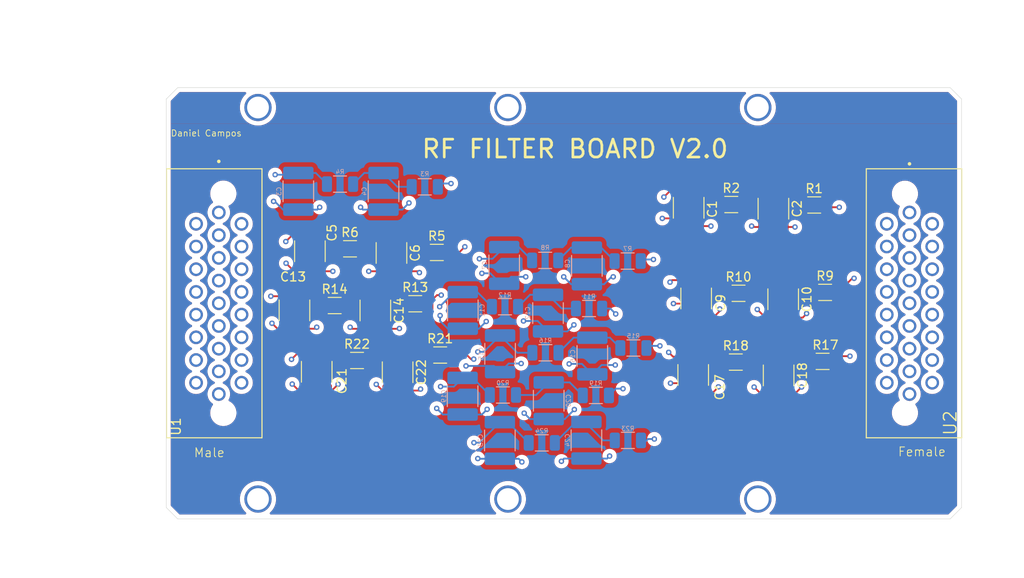
<source format=kicad_pcb>
(kicad_pcb
	(version 20241229)
	(generator "pcbnew")
	(generator_version "9.0")
	(general
		(thickness 1.6)
		(legacy_teardrops no)
	)
	(paper "A4")
	(layers
		(0 "F.Cu" signal)
		(4 "In1.Cu" signal)
		(6 "In2.Cu" signal)
		(2 "B.Cu" signal)
		(9 "F.Adhes" user "F.Adhesive")
		(11 "B.Adhes" user "B.Adhesive")
		(13 "F.Paste" user)
		(15 "B.Paste" user)
		(5 "F.SilkS" user "F.Silkscreen")
		(7 "B.SilkS" user "B.Silkscreen")
		(1 "F.Mask" user)
		(3 "B.Mask" user)
		(17 "Dwgs.User" user "User.Drawings")
		(19 "Cmts.User" user "User.Comments")
		(21 "Eco1.User" user "User.Eco1")
		(23 "Eco2.User" user "User.Eco2")
		(25 "Edge.Cuts" user)
		(27 "Margin" user)
		(31 "F.CrtYd" user "F.Courtyard")
		(29 "B.CrtYd" user "B.Courtyard")
		(35 "F.Fab" user)
		(33 "B.Fab" user)
		(39 "User.1" user)
		(41 "User.2" user)
		(43 "User.3" user)
		(45 "User.4" user)
	)
	(setup
		(stackup
			(layer "F.SilkS"
				(type "Top Silk Screen")
			)
			(layer "F.Paste"
				(type "Top Solder Paste")
			)
			(layer "F.Mask"
				(type "Top Solder Mask")
				(thickness 0.01)
			)
			(layer "F.Cu"
				(type "copper")
				(thickness 0.035)
			)
			(layer "dielectric 1"
				(type "prepreg")
				(thickness 0.1)
				(material "FR4")
				(epsilon_r 4.5)
				(loss_tangent 0.02)
			)
			(layer "In1.Cu"
				(type "copper")
				(thickness 0.035)
			)
			(layer "dielectric 2"
				(type "core")
				(thickness 1.24)
				(material "FR4")
				(epsilon_r 4.5)
				(loss_tangent 0.02)
			)
			(layer "In2.Cu"
				(type "copper")
				(thickness 0.035)
			)
			(layer "dielectric 3"
				(type "prepreg")
				(thickness 0.1)
				(material "FR4")
				(epsilon_r 4.5)
				(loss_tangent 0.02)
			)
			(layer "B.Cu"
				(type "copper")
				(thickness 0.035)
			)
			(layer "B.Mask"
				(type "Bottom Solder Mask")
				(thickness 0.01)
			)
			(layer "B.Paste"
				(type "Bottom Solder Paste")
			)
			(layer "B.SilkS"
				(type "Bottom Silk Screen")
			)
			(copper_finish "None")
			(dielectric_constraints no)
		)
		(pad_to_mask_clearance 0)
		(allow_soldermask_bridges_in_footprints no)
		(tenting front back)
		(pcbplotparams
			(layerselection 0x00000000_00000000_55555555_5755f5ff)
			(plot_on_all_layers_selection 0x00000000_00000000_00000000_00000000)
			(disableapertmacros no)
			(usegerberextensions no)
			(usegerberattributes yes)
			(usegerberadvancedattributes yes)
			(creategerberjobfile yes)
			(dashed_line_dash_ratio 12.000000)
			(dashed_line_gap_ratio 3.000000)
			(svgprecision 4)
			(plotframeref no)
			(mode 1)
			(useauxorigin no)
			(hpglpennumber 1)
			(hpglpenspeed 20)
			(hpglpendiameter 15.000000)
			(pdf_front_fp_property_popups yes)
			(pdf_back_fp_property_popups yes)
			(pdf_metadata yes)
			(pdf_single_document no)
			(dxfpolygonmode yes)
			(dxfimperialunits yes)
			(dxfusepcbnewfont yes)
			(psnegative no)
			(psa4output no)
			(plot_black_and_white yes)
			(sketchpadsonfab no)
			(plotpadnumbers no)
			(hidednponfab no)
			(sketchdnponfab yes)
			(crossoutdnponfab yes)
			(subtractmaskfromsilk no)
			(outputformat 1)
			(mirror no)
			(drillshape 1)
			(scaleselection 1)
			(outputdirectory "")
		)
	)
	(net 0 "")
	(net 1 "Net-(U1-PIN14)")
	(net 2 "Net-(C2-Pad1)")
	(net 3 "Net-(U2-PIN2)")
	(net 4 "Net-(U1-PIN15)")
	(net 5 "Net-(C4-Pad1)")
	(net 6 "Net-(U2-PIN3)")
	(net 7 "Net-(U1-PIN16)")
	(net 8 "Net-(C6-Pad1)")
	(net 9 "Net-(U2-PIN4)")
	(net 10 "Net-(U1-PIN17)")
	(net 11 "Net-(C8-Pad1)")
	(net 12 "Net-(C10-Pad1)")
	(net 13 "Net-(U1-PIN18)")
	(net 14 "Net-(U1-PIN19)")
	(net 15 "Net-(C12-Pad1)")
	(net 16 "Net-(U2-PIN5)")
	(net 17 "Net-(U2-PIN6)")
	(net 18 "Net-(U2-PIN7)")
	(net 19 "Net-(C14-Pad1)")
	(net 20 "Net-(U1-PIN20)")
	(net 21 "Net-(U1-PIN21)")
	(net 22 "Net-(C16-Pad1)")
	(net 23 "Net-(C18-Pad1)")
	(net 24 "Net-(U1-PIN22)")
	(net 25 "Net-(U2-PIN8)")
	(net 26 "Net-(U2-PIN9)")
	(net 27 "Net-(U2-PIN10)")
	(net 28 "Net-(C20-Pad1)")
	(net 29 "Net-(U1-PIN23)")
	(net 30 "Net-(U1-PIN24)")
	(net 31 "Net-(C22-Pad1)")
	(net 32 "Net-(C24-Pad1)")
	(net 33 "Net-(U1-PIN25)")
	(net 34 "Net-(U2-PIN11)")
	(net 35 "Net-(U2-PIN12)")
	(net 36 "Net-(U1-PIN2)")
	(net 37 "Net-(U1-PIN3)")
	(net 38 "Net-(U1-PIN4)")
	(net 39 "Net-(U1-PIN5)")
	(net 40 "Net-(U1-PIN7)")
	(net 41 "Net-(U1-PIN8)")
	(net 42 "Net-(U1-PIN9)")
	(net 43 "Net-(U1-PIN10)")
	(net 44 "Net-(U1-PIN11)")
	(net 45 "Net-(U1-PIN12)")
	(net 46 "Net-(U2-PIN1)")
	(net 47 "Net-(U1-PIN1)")
	(net 48 "unconnected-(U2-PIN13-Pad13)")
	(net 49 "Net-(U1-PIN6)")
	(net 50 "unconnected-(U1-PIN13-Pad13)")
	(footprint "Capacitor_SMD:C_1812_4532Metric" (layer "F.Cu") (at 146.6088 94.3938 -90))
	(footprint "Resistor_SMD:R_1206_3216Metric" (layer "F.Cu") (at 109.3577 110.7694))
	(footprint "IMPORTED:BEL_DCCM25PCBR" (layer "F.Cu") (at 78.7654 104.978 90))
	(footprint "IMPORTED:BEL_M83513_13-D01NP" (layer "F.Cu") (at 167.6654 104.978 -90))
	(footprint "Resistor_SMD:R_1206_3216Metric" (layer "F.Cu") (at 100.0613 111.379))
	(footprint "Resistor_SMD:R_1206_3216Metric" (layer "F.Cu") (at 99.2779 98.8822))
	(footprint "Resistor_SMD:R_1206_3216Metric" (layer "F.Cu") (at 108.9807 99.2886))
	(footprint "Capacitor_SMD:C_1812_4532Metric" (layer "F.Cu") (at 147.193 113.0478 -90))
	(footprint "Capacitor_SMD:C_1812_4532Metric" (layer "F.Cu") (at 93.0656 105.773 -90))
	(footprint "Resistor_SMD:R_1206_3216Metric" (layer "F.Cu") (at 106.5677 105.029))
	(footprint "Resistor_SMD:R_1206_3216Metric" (layer "F.Cu") (at 152.3893 103.759))
	(footprint "Capacitor_SMD:C_1812_4532Metric" (layer "F.Cu") (at 103.9114 99.3468 -90))
	(footprint "Capacitor_SMD:C_1812_4532Metric" (layer "F.Cu") (at 137.9728 104.4374 -90))
	(footprint "Resistor_SMD:R_1206_3216Metric" (layer "F.Cu") (at 152.1099 111.4806))
	(footprint "Capacitor_SMD:C_1812_4532Metric" (layer "F.Cu") (at 94.7928 99.1542 -90))
	(footprint "Capacitor_SMD:C_1812_4532Metric" (layer "F.Cu") (at 104.5972 112.6924 -90))
	(footprint "Resistor_SMD:R_1206_3216Metric" (layer "F.Cu") (at 97.5614 105.2322))
	(footprint "Resistor_SMD:R_1206_3216Metric" (layer "F.Cu") (at 151.1701 93.98))
	(footprint "Resistor_SMD:R_1206_3216Metric" (layer "F.Cu") (at 142.7119 103.8606))
	(footprint "Capacitor_SMD:C_1812_4532Metric" (layer "F.Cu") (at 95.5548 112.6416 -90))
	(footprint "Resistor_SMD:R_1206_3216Metric" (layer "F.Cu") (at 142.4071 111.5568))
	(footprint "Capacitor_SMD:C_1812_4532Metric" (layer "F.Cu") (at 147.701 104.5284 -90))
	(footprint "Resistor_SMD:R_1206_3216Metric" (layer "F.Cu") (at 141.8991 93.9292))
	(footprint "Capacitor_SMD:C_1812_4532Metric" (layer "F.Cu") (at 102.108 105.7836 -90))
	(footprint "Capacitor_SMD:C_1812_4532Metric" (layer "F.Cu") (at 137.6426 112.9972 -90))
	(footprint "Capacitor_SMD:C_1812_4532Metric" (layer "F.Cu") (at 137.1346 94.2922 -90))
	(footprint "Capacitor_SMD:C_1812_4532Metric" (layer "B.Cu") (at 116.5098 100.7438 -90))
	(footprint "Resistor_SMD:R_1206_3216Metric" (layer "B.Cu") (at 107.6345 91.948 180))
	(footprint "Resistor_SMD:R_1206_3216Metric" (layer "B.Cu") (at 116.3681 115.2398 180))
	(footprint "Resistor_SMD:R_1206_3216Metric" (layer "B.Cu") (at 130.9517 109.982 180))
	(footprint "Resistor_SMD:R_1206_3216Metric" (layer "B.Cu") (at 98.1603 91.6432 180))
	(footprint "Capacitor_SMD:C_1812_4532Metric" (layer "B.Cu") (at 103.0224 92.4486 -90))
	(footprint "Resistor_SMD:R_1206_3216Metric" (layer "B.Cu") (at 130.3167 100.2538 180))
	(footprint "Capacitor_SMD:C_1812_4532Metric" (layer "B.Cu") (at 125.7046 120.3018 -90))
	(footprint "Resistor_SMD:R_1206_3216Metric" (layer "B.Cu") (at 125.9987 105.5624 180))
	(footprint "Capacitor_SMD:C_1812_4532Metric" (layer "B.Cu") (at 125.7554 100.7946 -90))
	(footprint "Resistor_SMD:R_1206_3216Metric" (layer "B.Cu") (at 120.7155 120.5992 180))
	(footprint "Capacitor_SMD:C_1812_4532Metric" (layer "B.Cu") (at 111.887 105.773 -90))
	(footprint "Capacitor_SMD:C_1812_4532Metric" (layer "B.Cu") (at 111.8616 115.3742 -90))
	(footprint "Capacitor_SMD:C_1812_4532Metric" (layer "B.Cu") (at 121.412 106.0778 -90))
	(footprint "Resistor_SMD:R_1206_3216Metric" (layer "B.Cu") (at 121.1219 110.5154 180))
	(footprint "Capacitor_SMD:C_1812_4532Metric" (layer "B.Cu") (at 116.0272 120.3272 -90))
	(footprint "Resistor_SMD:R_1206_3216Metric" (layer "B.Cu") (at 126.7607 115.2906 180))
	(footprint "Resistor_SMD:R_1206_3216Metric"
		(layer "B.Cu")
		(uuid "d1bc9e24-3740-46e5-97a7-ae74620e04d6")
		(at 116.6007 105.3592 180)
		(descr "Resistor SMD 1206 (3216 Metric), square (rectangular) end terminal, IPC-7351 nominal, (Body size source: IPC-SM-782 page 72, https://www.pcb-3d.com/wordpress/wp-content/uploads/ipc-sm-782a_amendment_1_and_2.pdf), generated with kicad-footprint-generator")
		(tags "resistor")
		(property "Reference" "R12"
			(at 0 1.2952 180)
			(layer "B.SilkS")
			(uuid "6fcb68e4-385f-43cd-a064-0eaf5611dc01")
			(effects
				(font
					(size 0.5 0.5)
					(thickness 0.0625)
				)
				(justify mirror)
			)
		)
		(property "Value" "1k"
			(at 0 -1.83 0)
			(layer "B.Fab")
			(uuid "d10866ac-35d0-4c64-b691-996feefa16e8")
			(effects
				(font
					(size 1 1)
					(thickness 0.15)
				)
				(justify mirror)
			)
		)
		(property "Datasheet" "~"
			(at 0 0 0)
			(layer "B.Fab")
			(hide yes)
			(uuid "3c6b4b25-1617-4898-a87a-f41dfc8a1ee5")
			(effects
				(font
					(size 1.27 1.27)
					(thickness 0.15)
				)
				(justify mirror)
			)
		)
		(property "Description" "Resistor, US symbol"
			(at 0 0 0)
			(layer "B.Fab")
			(hide yes)
			(uuid "c3ff9448-a270-4a24-bbc6-fcc33216d157")
			(effects
				(font
					(size 1.27 1.27)
					(thickness 0.15)
				)
				(justify mirror)
			)
		)
		(property ki_fp_filters "R_*")
		(path "/7721d89d-fc43-43cf-82d7-cfec1059f664")
		(sheetname "/")
		(sheetfile "FilterBoard.kicad_sch")
		(attr smd)
		(fp_line
			(start -0.727064 0.91)
			(end 0.727064 0.91)
			(stroke
				(width 0.12)
				(type solid)
			)
			(layer "B.SilkS")
			(uuid "65029035-8cb4-465c-ab79-e1f22764ffc6")
		)
		(fp_line
			(start -0.727064 -0.91)
			(end 0.727064 -0.91)
			(stroke
				(width 0.12)
				(type solid)
			)
			(layer "B.SilkS")
			(uuid "60b277d3-56a2-480f-a6a9-01ae6422c036")
		)
		(fp_line
			(start 2.28 1.13)
			(end 2.28 -1.13)
			(stroke
				(width 0.05)
				(type solid)
			)
			(layer "B.CrtYd")
			(uuid "b8f58f17-2861-4f57-b23d-2c9e583d77ac")
		)
		(fp_line
			(start 2.28 -1.13)
			(end -2.28 -1.13)
			(stroke
				(width 0.05)
				(type solid)
			)
			(layer "B.CrtYd")
			(uuid "ca5b2cb7-0e77-466d-9579-af675b63c178")
		)
		(fp_line
			(start -2.28 1.13)
			(end 2.28 1.13)
			(stroke
				(width 0.05)
				(type solid)
			)
			(layer "B.CrtYd")
			(uuid "46537893-b3e2-47a4-8d1e-f7ccfd6c20e7")
		)
		(fp_line
			(start -2.28 -1.13)
			(end -2.28 1.13)
			(stroke
				(width 0.05)
				(type solid)
			)
			(layer "B.CrtYd")
			(uuid "d4afb4a2-34eb-4468-881e-b7a41177d1d1")
		)
		(fp_line
			(start 1.6 0.8)
			(end 1.6 -0.8)
			(stroke
				(width 0.1)
				(type solid)
			)
			(layer "B.Fab")
			(uuid "42e806cf-8c05-4b23-9e36-db14ac0d4610")
		)
		(fp_line
			(start 1.6 -0.8)
			(end -1.6 -0.8)
			(stroke
				(width 0.1)
				(type solid)
			)
			(layer "B.Fab")
			(uuid "82db2889-0f09-4e5c-bce4-661066aed886")
		)
		(fp_line
			(start -1.6 0.8)
			(end 1.6 0.8)
			(stroke
				(width 0.1)
				(type solid)
			)
			(layer "B.Fab")
			(uuid "32bd8daa-049b-45ea-a783-114eb9fa317e")
		)
		(fp_line
			(start -1.6 -0.8)
			(end -1.6 0.8)
			(stroke
				(width 0.1)
				(type solid)
			)
			(layer "B.Fab")
			(uuid "c5982d5b-fc41-45df-879b-463b3572517f")
		)
		(fp_text user "${REFERENCE}"
			(at 0 0 0)
			(layer "B.Fab")
			(uuid "5fdf2323-392f-443b-9962-3b7661dde680")
			(effects
				(font
					(size 0.8 0.8)
					(thickness 0.12)
				)
				(justify mirror)
			)
		)
		(pad "1" smd roundrect
			(at -1.4625 0 180)
			(size 1.125 1.75)
			(layers "B.Cu" "B.Mask" "B.Paste")
			(roundrect_rratio 0.222222)
			(net 15 "Net-(C12-Pad1)")
			(pintype "passive")
			(uuid "bf46ffa3-d736-4d23-a50c-009dcf5d15dd")
		)
		(pad "2" smd roundrect
			(at 1.4625 0 180)
			(size 1.125 1.75)
			(layers "B.Cu" "B.Mask" "B.Paste")
			(roundrect_rratio 0.222222)

... [660121 chars truncated]
</source>
